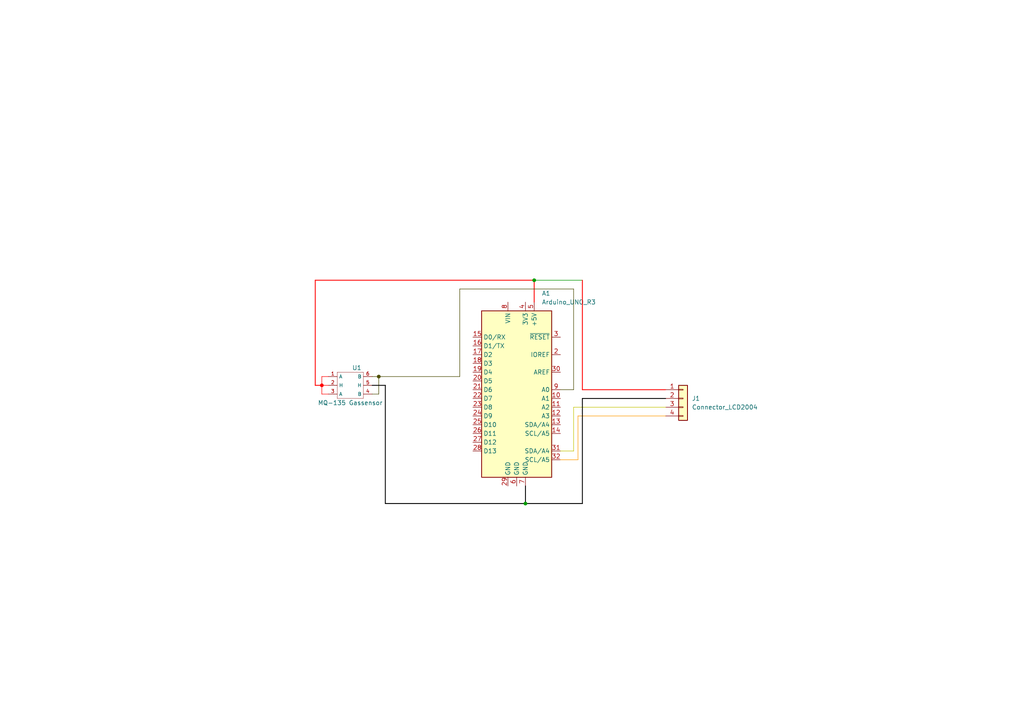
<source format=kicad_sch>
(kicad_sch
	(version 20231120)
	(generator "eeschema")
	(generator_version "8.0")
	(uuid "8bdc46b2-0c2a-4a0a-bf4c-bf1a48779013")
	(paper "A4")
	(lib_symbols
		(symbol "Connector_Generic:Conn_01x04"
			(pin_names
				(offset 1.016) hide)
			(exclude_from_sim no)
			(in_bom yes)
			(on_board yes)
			(property "Reference" "J"
				(at 0 5.08 0)
				(effects
					(font
						(size 1.27 1.27)
					)
				)
			)
			(property "Value" "Conn_01x04"
				(at 0 -7.62 0)
				(effects
					(font
						(size 1.27 1.27)
					)
				)
			)
			(property "Footprint" ""
				(at 0 0 0)
				(effects
					(font
						(size 1.27 1.27)
					)
					(hide yes)
				)
			)
			(property "Datasheet" "~"
				(at 0 0 0)
				(effects
					(font
						(size 1.27 1.27)
					)
					(hide yes)
				)
			)
			(property "Description" "Generic connector, single row, 01x04, script generated (kicad-library-utils/schlib/autogen/connector/)"
				(at 0 0 0)
				(effects
					(font
						(size 1.27 1.27)
					)
					(hide yes)
				)
			)
			(property "ki_keywords" "connector"
				(at 0 0 0)
				(effects
					(font
						(size 1.27 1.27)
					)
					(hide yes)
				)
			)
			(property "ki_fp_filters" "Connector*:*_1x??_*"
				(at 0 0 0)
				(effects
					(font
						(size 1.27 1.27)
					)
					(hide yes)
				)
			)
			(symbol "Conn_01x04_1_1"
				(rectangle
					(start -1.27 -4.953)
					(end 0 -5.207)
					(stroke
						(width 0.1524)
						(type default)
					)
					(fill
						(type none)
					)
				)
				(rectangle
					(start -1.27 -2.413)
					(end 0 -2.667)
					(stroke
						(width 0.1524)
						(type default)
					)
					(fill
						(type none)
					)
				)
				(rectangle
					(start -1.27 0.127)
					(end 0 -0.127)
					(stroke
						(width 0.1524)
						(type default)
					)
					(fill
						(type none)
					)
				)
				(rectangle
					(start -1.27 2.667)
					(end 0 2.413)
					(stroke
						(width 0.1524)
						(type default)
					)
					(fill
						(type none)
					)
				)
				(rectangle
					(start -1.27 3.81)
					(end 1.27 -6.35)
					(stroke
						(width 0.254)
						(type default)
					)
					(fill
						(type background)
					)
				)
				(pin passive line
					(at -5.08 2.54 0)
					(length 3.81)
					(name "Pin_1"
						(effects
							(font
								(size 1.27 1.27)
							)
						)
					)
					(number "1"
						(effects
							(font
								(size 1.27 1.27)
							)
						)
					)
				)
				(pin passive line
					(at -5.08 0 0)
					(length 3.81)
					(name "Pin_2"
						(effects
							(font
								(size 1.27 1.27)
							)
						)
					)
					(number "2"
						(effects
							(font
								(size 1.27 1.27)
							)
						)
					)
				)
				(pin passive line
					(at -5.08 -2.54 0)
					(length 3.81)
					(name "Pin_3"
						(effects
							(font
								(size 1.27 1.27)
							)
						)
					)
					(number "3"
						(effects
							(font
								(size 1.27 1.27)
							)
						)
					)
				)
				(pin passive line
					(at -5.08 -5.08 0)
					(length 3.81)
					(name "Pin_4"
						(effects
							(font
								(size 1.27 1.27)
							)
						)
					)
					(number "4"
						(effects
							(font
								(size 1.27 1.27)
							)
						)
					)
				)
			)
		)
		(symbol "MCU_Module:Arduino_UNO_R3"
			(exclude_from_sim no)
			(in_bom yes)
			(on_board yes)
			(property "Reference" "A"
				(at -10.16 23.495 0)
				(effects
					(font
						(size 1.27 1.27)
					)
					(justify left bottom)
				)
			)
			(property "Value" "Arduino_UNO_R3"
				(at 5.08 -26.67 0)
				(effects
					(font
						(size 1.27 1.27)
					)
					(justify left top)
				)
			)
			(property "Footprint" "Module:Arduino_UNO_R3"
				(at 0 0 0)
				(effects
					(font
						(size 1.27 1.27)
						(italic yes)
					)
					(hide yes)
				)
			)
			(property "Datasheet" "https://www.arduino.cc/en/Main/arduinoBoardUno"
				(at 0 0 0)
				(effects
					(font
						(size 1.27 1.27)
					)
					(hide yes)
				)
			)
			(property "Description" "Arduino UNO Microcontroller Module, release 3"
				(at 0 0 0)
				(effects
					(font
						(size 1.27 1.27)
					)
					(hide yes)
				)
			)
			(property "ki_keywords" "Arduino UNO R3 Microcontroller Module Atmel AVR USB"
				(at 0 0 0)
				(effects
					(font
						(size 1.27 1.27)
					)
					(hide yes)
				)
			)
			(property "ki_fp_filters" "Arduino*UNO*R3*"
				(at 0 0 0)
				(effects
					(font
						(size 1.27 1.27)
					)
					(hide yes)
				)
			)
			(symbol "Arduino_UNO_R3_0_1"
				(rectangle
					(start -10.16 22.86)
					(end 10.16 -25.4)
					(stroke
						(width 0.254)
						(type default)
					)
					(fill
						(type background)
					)
				)
			)
			(symbol "Arduino_UNO_R3_1_1"
				(pin no_connect line
					(at -10.16 -20.32 0)
					(length 2.54) hide
					(name "NC"
						(effects
							(font
								(size 1.27 1.27)
							)
						)
					)
					(number "1"
						(effects
							(font
								(size 1.27 1.27)
							)
						)
					)
				)
				(pin bidirectional line
					(at 12.7 -2.54 180)
					(length 2.54)
					(name "A1"
						(effects
							(font
								(size 1.27 1.27)
							)
						)
					)
					(number "10"
						(effects
							(font
								(size 1.27 1.27)
							)
						)
					)
				)
				(pin bidirectional line
					(at 12.7 -5.08 180)
					(length 2.54)
					(name "A2"
						(effects
							(font
								(size 1.27 1.27)
							)
						)
					)
					(number "11"
						(effects
							(font
								(size 1.27 1.27)
							)
						)
					)
				)
				(pin bidirectional line
					(at 12.7 -7.62 180)
					(length 2.54)
					(name "A3"
						(effects
							(font
								(size 1.27 1.27)
							)
						)
					)
					(number "12"
						(effects
							(font
								(size 1.27 1.27)
							)
						)
					)
				)
				(pin bidirectional line
					(at 12.7 -10.16 180)
					(length 2.54)
					(name "SDA/A4"
						(effects
							(font
								(size 1.27 1.27)
							)
						)
					)
					(number "13"
						(effects
							(font
								(size 1.27 1.27)
							)
						)
					)
				)
				(pin bidirectional line
					(at 12.7 -12.7 180)
					(length 2.54)
					(name "SCL/A5"
						(effects
							(font
								(size 1.27 1.27)
							)
						)
					)
					(number "14"
						(effects
							(font
								(size 1.27 1.27)
							)
						)
					)
				)
				(pin bidirectional line
					(at -12.7 15.24 0)
					(length 2.54)
					(name "D0/RX"
						(effects
							(font
								(size 1.27 1.27)
							)
						)
					)
					(number "15"
						(effects
							(font
								(size 1.27 1.27)
							)
						)
					)
				)
				(pin bidirectional line
					(at -12.7 12.7 0)
					(length 2.54)
					(name "D1/TX"
						(effects
							(font
								(size 1.27 1.27)
							)
						)
					)
					(number "16"
						(effects
							(font
								(size 1.27 1.27)
							)
						)
					)
				)
				(pin bidirectional line
					(at -12.7 10.16 0)
					(length 2.54)
					(name "D2"
						(effects
							(font
								(size 1.27 1.27)
							)
						)
					)
					(number "17"
						(effects
							(font
								(size 1.27 1.27)
							)
						)
					)
				)
				(pin bidirectional line
					(at -12.7 7.62 0)
					(length 2.54)
					(name "D3"
						(effects
							(font
								(size 1.27 1.27)
							)
						)
					)
					(number "18"
						(effects
							(font
								(size 1.27 1.27)
							)
						)
					)
				)
				(pin bidirectional line
					(at -12.7 5.08 0)
					(length 2.54)
					(name "D4"
						(effects
							(font
								(size 1.27 1.27)
							)
						)
					)
					(number "19"
						(effects
							(font
								(size 1.27 1.27)
							)
						)
					)
				)
				(pin output line
					(at 12.7 10.16 180)
					(length 2.54)
					(name "IOREF"
						(effects
							(font
								(size 1.27 1.27)
							)
						)
					)
					(number "2"
						(effects
							(font
								(size 1.27 1.27)
							)
						)
					)
				)
				(pin bidirectional line
					(at -12.7 2.54 0)
					(length 2.54)
					(name "D5"
						(effects
							(font
								(size 1.27 1.27)
							)
						)
					)
					(number "20"
						(effects
							(font
								(size 1.27 1.27)
							)
						)
					)
				)
				(pin bidirectional line
					(at -12.7 0 0)
					(length 2.54)
					(name "D6"
						(effects
							(font
								(size 1.27 1.27)
							)
						)
					)
					(number "21"
						(effects
							(font
								(size 1.27 1.27)
							)
						)
					)
				)
				(pin bidirectional line
					(at -12.7 -2.54 0)
					(length 2.54)
					(name "D7"
						(effects
							(font
								(size 1.27 1.27)
							)
						)
					)
					(number "22"
						(effects
							(font
								(size 1.27 1.27)
							)
						)
					)
				)
				(pin bidirectional line
					(at -12.7 -5.08 0)
					(length 2.54)
					(name "D8"
						(effects
							(font
								(size 1.27 1.27)
							)
						)
					)
					(number "23"
						(effects
							(font
								(size 1.27 1.27)
							)
						)
					)
				)
				(pin bidirectional line
					(at -12.7 -7.62 0)
					(length 2.54)
					(name "D9"
						(effects
							(font
								(size 1.27 1.27)
							)
						)
					)
					(number "24"
						(effects
							(font
								(size 1.27 1.27)
							)
						)
					)
				)
				(pin bidirectional line
					(at -12.7 -10.16 0)
					(length 2.54)
					(name "D10"
						(effects
							(font
								(size 1.27 1.27)
							)
						)
					)
					(number "25"
						(effects
							(font
								(size 1.27 1.27)
							)
						)
					)
				)
				(pin bidirectional line
					(at -12.7 -12.7 0)
					(length 2.54)
					(name "D11"
						(effects
							(font
								(size 1.27 1.27)
							)
						)
					)
					(number "26"
						(effects
							(font
								(size 1.27 1.27)
							)
						)
					)
				)
				(pin bidirectional line
					(at -12.7 -15.24 0)
					(length 2.54)
					(name "D12"
						(effects
							(font
								(size 1.27 1.27)
							)
						)
					)
					(number "27"
						(effects
							(font
								(size 1.27 1.27)
							)
						)
					)
				)
				(pin bidirectional line
					(at -12.7 -17.78 0)
					(length 2.54)
					(name "D13"
						(effects
							(font
								(size 1.27 1.27)
							)
						)
					)
					(number "28"
						(effects
							(font
								(size 1.27 1.27)
							)
						)
					)
				)
				(pin power_in line
					(at -2.54 -27.94 90)
					(length 2.54)
					(name "GND"
						(effects
							(font
								(size 1.27 1.27)
							)
						)
					)
					(number "29"
						(effects
							(font
								(size 1.27 1.27)
							)
						)
					)
				)
				(pin input line
					(at 12.7 15.24 180)
					(length 2.54)
					(name "~{RESET}"
						(effects
							(font
								(size 1.27 1.27)
							)
						)
					)
					(number "3"
						(effects
							(font
								(size 1.27 1.27)
							)
						)
					)
				)
				(pin input line
					(at 12.7 5.08 180)
					(length 2.54)
					(name "AREF"
						(effects
							(font
								(size 1.27 1.27)
							)
						)
					)
					(number "30"
						(effects
							(font
								(size 1.27 1.27)
							)
						)
					)
				)
				(pin bidirectional line
					(at 12.7 -17.78 180)
					(length 2.54)
					(name "SDA/A4"
						(effects
							(font
								(size 1.27 1.27)
							)
						)
					)
					(number "31"
						(effects
							(font
								(size 1.27 1.27)
							)
						)
					)
				)
				(pin bidirectional line
					(at 12.7 -20.32 180)
					(length 2.54)
					(name "SCL/A5"
						(effects
							(font
								(size 1.27 1.27)
							)
						)
					)
					(number "32"
						(effects
							(font
								(size 1.27 1.27)
							)
						)
					)
				)
				(pin power_out line
					(at 2.54 25.4 270)
					(length 2.54)
					(name "3V3"
						(effects
							(font
								(size 1.27 1.27)
							)
						)
					)
					(number "4"
						(effects
							(font
								(size 1.27 1.27)
							)
						)
					)
				)
				(pin power_out line
					(at 5.08 25.4 270)
					(length 2.54)
					(name "+5V"
						(effects
							(font
								(size 1.27 1.27)
							)
						)
					)
					(number "5"
						(effects
							(font
								(size 1.27 1.27)
							)
						)
					)
				)
				(pin power_in line
					(at 0 -27.94 90)
					(length 2.54)
					(name "GND"
						(effects
							(font
								(size 1.27 1.27)
							)
						)
					)
					(number "6"
						(effects
							(font
								(size 1.27 1.27)
							)
						)
					)
				)
				(pin power_in line
					(at 2.54 -27.94 90)
					(length 2.54)
					(name "GND"
						(effects
							(font
								(size 1.27 1.27)
							)
						)
					)
					(number "7"
						(effects
							(font
								(size 1.27 1.27)
							)
						)
					)
				)
				(pin power_in line
					(at -2.54 25.4 270)
					(length 2.54)
					(name "VIN"
						(effects
							(font
								(size 1.27 1.27)
							)
						)
					)
					(number "8"
						(effects
							(font
								(size 1.27 1.27)
							)
						)
					)
				)
				(pin bidirectional line
					(at 12.7 0 180)
					(length 2.54)
					(name "A0"
						(effects
							(font
								(size 1.27 1.27)
							)
						)
					)
					(number "9"
						(effects
							(font
								(size 1.27 1.27)
							)
						)
					)
				)
			)
		)
		(symbol "e-radionica.com schematics:MQ"
			(exclude_from_sim no)
			(in_bom yes)
			(on_board yes)
			(property "Reference" "U"
				(at 0 5.08 0)
				(effects
					(font
						(size 1.27 1.27)
					)
				)
			)
			(property "Value" "MQ"
				(at 0 -5.08 0)
				(effects
					(font
						(size 1.27 1.27)
					)
				)
			)
			(property "Footprint" "e-radionica.com footprinti:MQ"
				(at 2.286 0 0)
				(effects
					(font
						(size 1.27 1.27)
					)
					(hide yes)
				)
			)
			(property "Datasheet" ""
				(at 2.286 0 0)
				(effects
					(font
						(size 1.27 1.27)
					)
					(hide yes)
				)
			)
			(property "Description" ""
				(at 0 0 0)
				(effects
					(font
						(size 1.27 1.27)
					)
					(hide yes)
				)
			)
			(symbol "MQ_0_1"
				(rectangle
					(start -3.81 3.81)
					(end 3.81 -3.81)
					(stroke
						(width 0.0005)
						(type default)
					)
					(fill
						(type none)
					)
				)
			)
			(symbol "MQ_1_1"
				(pin input line
					(at -6.35 2.54 0)
					(length 2.54)
					(name "A"
						(effects
							(font
								(size 1 1)
							)
						)
					)
					(number "1"
						(effects
							(font
								(size 1 1)
							)
						)
					)
				)
				(pin input line
					(at -6.35 0 0)
					(length 2.54)
					(name "H"
						(effects
							(font
								(size 1 1)
							)
						)
					)
					(number "2"
						(effects
							(font
								(size 1 1)
							)
						)
					)
				)
				(pin input line
					(at -6.35 -2.54 0)
					(length 2.54)
					(name "A"
						(effects
							(font
								(size 1 1)
							)
						)
					)
					(number "3"
						(effects
							(font
								(size 1 1)
							)
						)
					)
				)
				(pin input line
					(at 6.35 -2.54 180)
					(length 2.54)
					(name "B"
						(effects
							(font
								(size 1 1)
							)
						)
					)
					(number "4"
						(effects
							(font
								(size 1 1)
							)
						)
					)
				)
				(pin input line
					(at 6.35 0 180)
					(length 2.54)
					(name "H"
						(effects
							(font
								(size 1 1)
							)
						)
					)
					(number "5"
						(effects
							(font
								(size 1 1)
							)
						)
					)
				)
				(pin input line
					(at 6.35 2.54 180)
					(length 2.54)
					(name "B"
						(effects
							(font
								(size 1 1)
							)
						)
					)
					(number "6"
						(effects
							(font
								(size 1 1)
							)
						)
					)
				)
			)
		)
	)
	(junction
		(at 154.94 81.28)
		(diameter 0)
		(color 0 0 0 0)
		(uuid "430822b1-a91c-466d-8d2a-2b4d9cdbd98e")
	)
	(junction
		(at 93.345 111.76)
		(diameter 0.9144)
		(color 255 0 0 1)
		(uuid "47c5ea01-4ae1-4ec3-bfd0-0237aae686a9")
	)
	(junction
		(at 109.855 109.22)
		(diameter 0.9144)
		(color 72 72 0 1)
		(uuid "9755d0ed-2da1-4afc-88a3-053d79029689")
	)
	(junction
		(at 152.4 146.05)
		(diameter 0)
		(color 0 0 0 0)
		(uuid "cb5f29cb-e78f-485e-805a-aa0c9b7ee4f9")
	)
	(wire
		(pts
			(xy 193.04 113.03) (xy 168.91 113.03)
		)
		(stroke
			(width 0.254)
			(type default)
			(color 255 0 0 1)
		)
		(uuid "11793362-0d66-4a84-bb90-f49583576d41")
	)
	(wire
		(pts
			(xy 152.4 146.05) (xy 152.4 140.97)
		)
		(stroke
			(width 0.254)
			(type solid)
			(color 0 0 0 1)
		)
		(uuid "1255b9d5-35a6-435d-9133-03aafe21bf9b")
	)
	(wire
		(pts
			(xy 166.37 83.82) (xy 166.37 113.03)
		)
		(stroke
			(width 0.1524)
			(type solid)
			(color 72 72 0 1)
		)
		(uuid "1540270e-e00f-4d25-989f-0c8f5979304a")
	)
	(wire
		(pts
			(xy 166.37 113.03) (xy 162.56 113.03)
		)
		(stroke
			(width 0.1524)
			(type solid)
			(color 72 72 0 1)
		)
		(uuid "1df7578c-29d5-4f2e-9d76-e477758ac0a0")
	)
	(wire
		(pts
			(xy 111.76 146.05) (xy 152.4 146.05)
		)
		(stroke
			(width 0.254)
			(type solid)
			(color 0 0 0 1)
		)
		(uuid "2e0b9141-f11b-48a8-aabd-e6beeb5610cb")
	)
	(wire
		(pts
			(xy 91.44 81.28) (xy 91.44 111.76)
		)
		(stroke
			(width 0.254)
			(type solid)
			(color 255 0 0 1)
		)
		(uuid "2f474236-92a9-490a-9836-e08e8f594379")
	)
	(wire
		(pts
			(xy 109.855 109.22) (xy 133.35 109.22)
		)
		(stroke
			(width 0.1524)
			(type solid)
			(color 72 72 0 1)
		)
		(uuid "2f47cd0a-b914-45d1-8f43-a66019dbc6bf")
	)
	(wire
		(pts
			(xy 93.345 114.3) (xy 95.25 114.3)
		)
		(stroke
			(width 0)
			(type solid)
			(color 255 0 0 1)
		)
		(uuid "32c9242a-af30-46a7-9e8d-d4965a4a511c")
	)
	(wire
		(pts
			(xy 167.64 133.35) (xy 167.64 120.65)
		)
		(stroke
			(width 0.1524)
			(type default)
			(color 255 153 0 1)
		)
		(uuid "3ddc7667-a3aa-43eb-ab22-d1d36165b9ed")
	)
	(wire
		(pts
			(xy 166.37 118.11) (xy 193.04 118.11)
		)
		(stroke
			(width 0.1524)
			(type default)
			(color 194 194 0 1)
		)
		(uuid "6a7c6491-caeb-460b-a84d-a73fae23768c")
	)
	(wire
		(pts
			(xy 154.94 87.63) (xy 154.94 81.28)
		)
		(stroke
			(width 0.254)
			(type default)
			(color 255 0 0 1)
		)
		(uuid "6f9a1e9a-ad22-4273-8097-70936ae78a82")
	)
	(wire
		(pts
			(xy 93.345 109.22) (xy 93.345 111.76)
		)
		(stroke
			(width 0)
			(type solid)
			(color 255 0 0 1)
		)
		(uuid "748274d4-4a0a-413b-a7e6-b29c79764f58")
	)
	(wire
		(pts
			(xy 168.91 113.03) (xy 168.91 81.28)
		)
		(stroke
			(width 0.254)
			(type default)
			(color 255 0 0 1)
		)
		(uuid "777a98e8-7a94-439c-b393-3d94ff4f8a0e")
	)
	(wire
		(pts
			(xy 133.35 109.22) (xy 133.35 83.82)
		)
		(stroke
			(width 0.1524)
			(type solid)
			(color 72 72 0 1)
		)
		(uuid "7e646ca3-7881-4c12-b5dc-ccc1f8bfe9c8")
	)
	(wire
		(pts
			(xy 162.56 130.81) (xy 166.37 130.81)
		)
		(stroke
			(width 0.1524)
			(type default)
			(color 194 194 0 1)
		)
		(uuid "7fe424b6-21d4-4f69-bad2-9ac3987aab44")
	)
	(wire
		(pts
			(xy 166.37 130.81) (xy 166.37 118.11)
		)
		(stroke
			(width 0.1524)
			(type default)
			(color 194 194 0 1)
		)
		(uuid "932995f0-c03f-4d0e-b88c-538729906dcd")
	)
	(wire
		(pts
			(xy 168.91 81.28) (xy 154.94 81.28)
		)
		(stroke
			(width 0)
			(type default)
		)
		(uuid "9c88744e-2c36-4499-8c9d-4fe22556b99a")
	)
	(wire
		(pts
			(xy 193.04 115.57) (xy 168.91 115.57)
		)
		(stroke
			(width 0.254)
			(type default)
			(color 0 0 0 1)
		)
		(uuid "a9644b98-eb11-4fda-bae4-c982fd9661e3")
	)
	(wire
		(pts
			(xy 133.35 83.82) (xy 166.37 83.82)
		)
		(stroke
			(width 0.1524)
			(type solid)
			(color 72 72 0 1)
		)
		(uuid "ac57ed91-a233-4b68-9071-4db3fe79ecdb")
	)
	(wire
		(pts
			(xy 93.345 111.76) (xy 91.44 111.76)
		)
		(stroke
			(width 0.254)
			(type solid)
			(color 255 0 0 1)
		)
		(uuid "ba5381a9-4a07-4729-a613-43bbaf4cecbb")
	)
	(wire
		(pts
			(xy 109.855 114.3) (xy 107.95 114.3)
		)
		(stroke
			(width 0)
			(type solid)
			(color 72 72 0 1)
		)
		(uuid "bebaeed0-6c31-4394-a89d-7ab67d683967")
	)
	(wire
		(pts
			(xy 95.25 109.22) (xy 93.345 109.22)
		)
		(stroke
			(width 0)
			(type solid)
			(color 255 0 0 1)
		)
		(uuid "c2e838d9-ba0f-4dda-bf7b-ec939ad1b2c8")
	)
	(wire
		(pts
			(xy 154.94 81.28) (xy 91.44 81.28)
		)
		(stroke
			(width 0.254)
			(type default)
			(color 255 0 0 1)
		)
		(uuid "c5a7bd85-f759-45cf-9fac-a0057912660c")
	)
	(wire
		(pts
			(xy 95.25 111.76) (xy 93.345 111.76)
		)
		(stroke
			(width 0)
			(type solid)
			(color 255 0 0 1)
		)
		(uuid "d5620491-6389-4c05-a081-09c2ec6ff3c0")
	)
	(wire
		(pts
			(xy 93.345 111.76) (xy 93.345 114.3)
		)
		(stroke
			(width 0)
			(type solid)
			(color 255 0 0 1)
		)
		(uuid "d5ab32fb-5c4f-493f-a4bc-17b3c005e606")
	)
	(wire
		(pts
			(xy 107.95 109.22) (xy 109.855 109.22)
		)
		(stroke
			(width 0)
			(type solid)
			(color 72 72 0 1)
		)
		(uuid "db3e0c29-59b1-45dc-9f80-142a9d075c4d")
	)
	(wire
		(pts
			(xy 162.56 133.35) (xy 167.64 133.35)
		)
		(stroke
			(width 0.1524)
			(type default)
			(color 255 153 0 1)
		)
		(uuid "db4efd13-3f91-4e9c-a238-b6f58b3d6247")
	)
	(wire
		(pts
			(xy 111.76 111.76) (xy 111.76 146.05)
		)
		(stroke
			(width 0.254)
			(type solid)
			(color 0 0 0 1)
		)
		(uuid "dc76a441-14d6-4d20-b5db-4a5184d49e1a")
	)
	(wire
		(pts
			(xy 167.64 120.65) (xy 193.04 120.65)
		)
		(stroke
			(width 0.1524)
			(type default)
			(color 255 153 0 1)
		)
		(uuid "dd21fedf-e378-40d5-bc2c-64bc617fbc9a")
	)
	(wire
		(pts
			(xy 168.91 146.05) (xy 152.4 146.05)
		)
		(stroke
			(width 0.254)
			(type default)
			(color 0 0 0 1)
		)
		(uuid "dda509e7-95cc-4890-a58b-bd334d0f2903")
	)
	(wire
		(pts
			(xy 107.95 111.76) (xy 111.76 111.76)
		)
		(stroke
			(width 0.254)
			(type solid)
			(color 0 0 0 1)
		)
		(uuid "ed4951cb-a2e7-402c-b125-9e081ee42671")
	)
	(wire
		(pts
			(xy 109.855 109.22) (xy 109.855 114.3)
		)
		(stroke
			(width 0)
			(type solid)
			(color 72 72 0 1)
		)
		(uuid "f139a047-60d5-4741-9dbe-89dd2dd9b006")
	)
	(wire
		(pts
			(xy 168.91 115.57) (xy 168.91 146.05)
		)
		(stroke
			(width 0.254)
			(type default)
			(color 0 0 0 1)
		)
		(uuid "fd2e9348-e4b3-4545-a9ae-41dc042266b6")
	)
	(symbol
		(lib_id "MCU_Module:Arduino_UNO_R3")
		(at 149.86 113.03 0)
		(unit 1)
		(exclude_from_sim no)
		(in_bom yes)
		(on_board yes)
		(dnp no)
		(fields_autoplaced yes)
		(uuid "710c2faf-05bc-4293-a911-341ad689b09c")
		(property "Reference" "A1"
			(at 157.1341 85.09 0)
			(effects
				(font
					(size 1.27 1.27)
				)
				(justify left)
			)
		)
		(property "Value" "Arduino_UNO_R3"
			(at 157.1341 87.63 0)
			(effects
				(font
					(size 1.27 1.27)
				)
				(justify left)
			)
		)
		(property "Footprint" "Module:Arduino_UNO_R3"
			(at 149.86 113.03 0)
			(effects
				(font
					(size 1.27 1.27)
					(italic yes)
				)
				(hide yes)
			)
		)
		(property "Datasheet" "https://www.arduino.cc/en/Main/arduinoBoardUno"
			(at 149.86 113.03 0)
			(effects
				(font
					(size 1.27 1.27)
				)
				(hide yes)
			)
		)
		(property "Description" "Arduino UNO Microcontroller Module, release 3"
			(at 149.86 113.03 0)
			(effects
				(font
					(size 1.27 1.27)
				)
				(hide yes)
			)
		)
		(pin "17"
			(uuid "caca0e38-4c69-4ceb-b078-012d13dce5a1")
		)
		(pin "19"
			(uuid "b74bc8f5-0213-453e-9293-bd29f4695f94")
		)
		(pin "25"
			(uuid "c1ff0a91-979d-4366-8b15-6bcb71878bd8")
		)
		(pin "10"
			(uuid "b2312185-eab5-4b54-b676-94a64bfc9516")
		)
		(pin "32"
			(uuid "390b99f9-f921-4b2c-9ed1-0a4ca34d1bc6")
		)
		(pin "11"
			(uuid "80b5fc3c-d736-4615-9d83-e5e5c07496e8")
		)
		(pin "30"
			(uuid "4294cd4f-f1bd-4dce-989c-e95ec0da0d21")
		)
		(pin "15"
			(uuid "5e39570e-584e-4676-9ecc-9516f75d3b87")
		)
		(pin "23"
			(uuid "ba9a417b-b37c-41f2-b74e-97d42279fb4c")
		)
		(pin "18"
			(uuid "87690d67-303e-439a-8f13-da70374e066f")
		)
		(pin "24"
			(uuid "a937b67e-7d83-4bf3-924e-a7f6a116568a")
		)
		(pin "22"
			(uuid "40250615-b112-4032-97bd-aaf5577e247c")
		)
		(pin "3"
			(uuid "b51e412f-3bc7-452f-9621-852875d7593b")
		)
		(pin "26"
			(uuid "44a31f77-9c57-42ed-b8b4-222ec3db4b40")
		)
		(pin "4"
			(uuid "36029d7e-d1e5-42fd-949b-add7cf3baee3")
		)
		(pin "13"
			(uuid "8ad391d8-0b1e-47ee-b98a-ef0497ea0103")
		)
		(pin "29"
			(uuid "41ae5a55-43eb-476b-ade7-01c0dc235ba7")
		)
		(pin "16"
			(uuid "2d111d0c-5a71-47c2-b8c6-c3d517aa41e0")
		)
		(pin "21"
			(uuid "9678cdf3-412e-4cd0-8275-3e7510e693fd")
		)
		(pin "5"
			(uuid "bf06bb12-2f54-4d68-87f5-38c658d04ab6")
		)
		(pin "12"
			(uuid "6da4a1d6-aba2-4d8a-acd7-0bd9e04fc297")
		)
		(pin "28"
			(uuid "7142d22e-9c17-476f-8d43-e5efd1e5c22e")
		)
		(pin "1"
			(uuid "3632fa74-7234-45d2-b535-19301f3f5992")
		)
		(pin "7"
			(uuid "def261c4-344e-4560-98f6-98e46721f103")
		)
		(pin "2"
			(uuid "6e54800f-5e07-4cc7-b069-029474bd206d")
		)
		(pin "31"
			(uuid "b28af47c-bc16-4fc2-a92b-1ad3e7af6be2")
		)
		(pin "20"
			(uuid "2bf996f5-a967-4016-9d38-20c606083257")
		)
		(pin "8"
			(uuid "5aa88e6e-932f-4e99-955d-142b0be0324f")
		)
		(pin "14"
			(uuid "4fb83005-0c6e-4382-a1c4-894bb62b6276")
		)
		(pin "6"
			(uuid "1f63699d-faab-499a-800b-a98164f9016e")
		)
		(pin "9"
			(uuid "1cc6d1e8-74d3-4e7e-b511-3c90570f1f1f")
		)
		(pin "27"
			(uuid "2dbd2984-40f9-4a73-ba61-91b49fae59fd")
		)
		(instances
			(project ""
				(path "/8bdc46b2-0c2a-4a0a-bf4c-bf1a48779013"
					(reference "A1")
					(unit 1)
				)
			)
		)
	)
	(symbol
		(lib_id "e-radionica.com schematics:MQ")
		(at 101.6 111.76 0)
		(unit 1)
		(exclude_from_sim no)
		(in_bom yes)
		(on_board yes)
		(dnp no)
		(uuid "92578471-0cbf-457f-ae23-5bebe8a47b7f")
		(property "Reference" "U1"
			(at 103.505 106.68 0)
			(effects
				(font
					(size 1.27 1.27)
				)
			)
		)
		(property "Value" "MQ-135 Gassensor"
			(at 101.6 116.84 0)
			(effects
				(font
					(size 1.27 1.27)
				)
			)
		)
		(property "Footprint" "e-radionica.com footprinti:MQ"
			(at 103.886 111.76 0)
			(effects
				(font
					(size 1.27 1.27)
				)
				(hide yes)
			)
		)
		(property "Datasheet" ""
			(at 103.886 111.76 0)
			(effects
				(font
					(size 1.27 1.27)
				)
				(hide yes)
			)
		)
		(property "Description" ""
			(at 101.6 111.76 0)
			(effects
				(font
					(size 1.27 1.27)
				)
				(hide yes)
			)
		)
		(pin "1"
			(uuid "448e4284-f03d-4a58-80dc-8b7a6e4bfe1f")
		)
		(pin "2"
			(uuid "8340b550-62a9-47c9-a49e-04da83887046")
		)
		(pin "3"
			(uuid "8cd05083-856d-4314-a61f-fcde10d4da1c")
		)
		(pin "4"
			(uuid "f023bf3c-8eb2-4ab7-9d02-2f45ae0897f6")
		)
		(pin "5"
			(uuid "1d9dc11b-f245-4c35-b68f-1d809c9345ad")
		)
		(pin "6"
			(uuid "67234cec-6a6a-43ec-9659-308fbebbbd74")
		)
		(instances
			(project "CO2 Partikel Anzeige"
				(path "/8bdc46b2-0c2a-4a0a-bf4c-bf1a48779013"
					(reference "U1")
					(unit 1)
				)
			)
		)
	)
	(symbol
		(lib_id "Connector_Generic:Conn_01x04")
		(at 198.12 115.57 0)
		(unit 1)
		(exclude_from_sim no)
		(in_bom yes)
		(on_board yes)
		(dnp no)
		(fields_autoplaced yes)
		(uuid "ec62e679-a083-4210-a1db-dc97b1908598")
		(property "Reference" "J1"
			(at 200.66 115.5699 0)
			(effects
				(font
					(size 1.27 1.27)
				)
				(justify left)
			)
		)
		(property "Value" "Connector_LCD2004"
			(at 200.66 118.1099 0)
			(effects
				(font
					(size 1.27 1.27)
				)
				(justify left)
			)
		)
		(property "Footprint" ""
			(at 198.12 115.57 0)
			(effects
				(font
					(size 1.27 1.27)
				)
				(hide yes)
			)
		)
		(property "Datasheet" "~"
			(at 198.12 115.57 0)
			(effects
				(font
					(size 1.27 1.27)
				)
				(hide yes)
			)
		)
		(property "Description" "Generic connector, single row, 01x04, script generated (kicad-library-utils/schlib/autogen/connector/)"
			(at 198.12 115.57 0)
			(effects
				(font
					(size 1.27 1.27)
				)
				(hide yes)
			)
		)
		(pin "1"
			(uuid "d344ca16-d9b5-4508-a69a-d7a691b43b03")
		)
		(pin "2"
			(uuid "e0dce961-7127-4d7e-8fe1-6b7954601ded")
		)
		(pin "4"
			(uuid "db182c94-9551-401e-bb99-216d6ec8485b")
		)
		(pin "3"
			(uuid "56a17982-3026-4a7d-9424-58afcf0c4127")
		)
		(instances
			(project ""
				(path "/8bdc46b2-0c2a-4a0a-bf4c-bf1a48779013"
					(reference "J1")
					(unit 1)
				)
			)
		)
	)
	(sheet_instances
		(path "/"
			(page "1")
		)
	)
)

</source>
